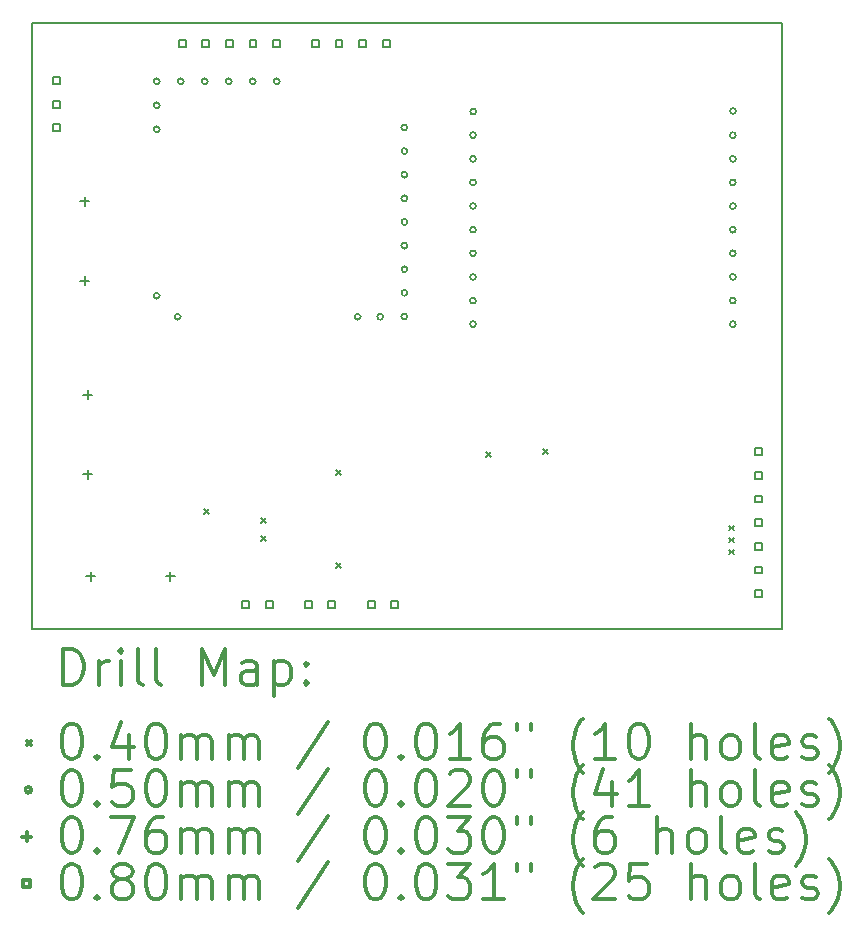
<source format=gbr>
%FSLAX45Y45*%
G04 Gerber Fmt 4.5, Leading zero omitted, Abs format (unit mm)*
G04 Created by KiCad (PCBNEW 4.0.7-e2-6376~58~ubuntu16.04.1) date Thu Jun 21 09:33:08 2018*
%MOMM*%
%LPD*%
G01*
G04 APERTURE LIST*
%ADD10C,0.127000*%
%ADD11C,0.150000*%
%ADD12C,0.200000*%
%ADD13C,0.300000*%
G04 APERTURE END LIST*
D10*
D11*
X10210800Y-7061200D02*
X10210800Y-12192000D01*
X16560800Y-7061200D02*
X10210800Y-7061200D01*
X16560800Y-12192000D02*
X16560800Y-7061200D01*
X10210800Y-12192000D02*
X16560800Y-12192000D01*
D12*
X11664000Y-11181400D02*
X11704000Y-11221400D01*
X11704000Y-11181400D02*
X11664000Y-11221400D01*
X12146600Y-11257600D02*
X12186600Y-11297600D01*
X12186600Y-11257600D02*
X12146600Y-11297600D01*
X12146600Y-11410000D02*
X12186600Y-11450000D01*
X12186600Y-11410000D02*
X12146600Y-11450000D01*
X12781600Y-10851200D02*
X12821600Y-10891200D01*
X12821600Y-10851200D02*
X12781600Y-10891200D01*
X12781600Y-11638600D02*
X12821600Y-11678600D01*
X12821600Y-11638600D02*
X12781600Y-11678600D01*
X14051600Y-10698800D02*
X14091600Y-10738800D01*
X14091600Y-10698800D02*
X14051600Y-10738800D01*
X14534200Y-10673400D02*
X14574200Y-10713400D01*
X14574200Y-10673400D02*
X14534200Y-10713400D01*
X16109000Y-11318560D02*
X16149000Y-11358560D01*
X16149000Y-11318560D02*
X16109000Y-11358560D01*
X16109000Y-11420160D02*
X16149000Y-11460160D01*
X16149000Y-11420160D02*
X16109000Y-11460160D01*
X16109000Y-11521760D02*
X16149000Y-11561760D01*
X16149000Y-11521760D02*
X16109000Y-11561760D01*
X11289900Y-7556500D02*
G75*
G03X11289900Y-7556500I-25000J0D01*
G01*
X11289900Y-7759700D02*
G75*
G03X11289900Y-7759700I-25000J0D01*
G01*
X11289900Y-7962900D02*
G75*
G03X11289900Y-7962900I-25000J0D01*
G01*
X11289900Y-9372600D02*
G75*
G03X11289900Y-9372600I-25000J0D01*
G01*
X11467700Y-9550400D02*
G75*
G03X11467700Y-9550400I-25000J0D01*
G01*
X11493100Y-7556500D02*
G75*
G03X11493100Y-7556500I-25000J0D01*
G01*
X11696300Y-7556500D02*
G75*
G03X11696300Y-7556500I-25000J0D01*
G01*
X11899500Y-7556500D02*
G75*
G03X11899500Y-7556500I-25000J0D01*
G01*
X12102700Y-7556500D02*
G75*
G03X12102700Y-7556500I-25000J0D01*
G01*
X12305900Y-7556500D02*
G75*
G03X12305900Y-7556500I-25000J0D01*
G01*
X12991700Y-9550400D02*
G75*
G03X12991700Y-9550400I-25000J0D01*
G01*
X13182200Y-9550400D02*
G75*
G03X13182200Y-9550400I-25000J0D01*
G01*
X13387000Y-7947800D02*
G75*
G03X13387000Y-7947800I-25000J0D01*
G01*
X13387000Y-8147800D02*
G75*
G03X13387000Y-8147800I-25000J0D01*
G01*
X13387000Y-8347800D02*
G75*
G03X13387000Y-8347800I-25000J0D01*
G01*
X13387000Y-8547800D02*
G75*
G03X13387000Y-8547800I-25000J0D01*
G01*
X13387000Y-8747800D02*
G75*
G03X13387000Y-8747800I-25000J0D01*
G01*
X13387000Y-8947800D02*
G75*
G03X13387000Y-8947800I-25000J0D01*
G01*
X13387000Y-9147800D02*
G75*
G03X13387000Y-9147800I-25000J0D01*
G01*
X13387000Y-9347800D02*
G75*
G03X13387000Y-9347800I-25000J0D01*
G01*
X13387000Y-9547800D02*
G75*
G03X13387000Y-9547800I-25000J0D01*
G01*
X13968000Y-8013100D02*
G75*
G03X13968000Y-8013100I-25000J0D01*
G01*
X13968000Y-8213100D02*
G75*
G03X13968000Y-8213100I-25000J0D01*
G01*
X13968000Y-8413100D02*
G75*
G03X13968000Y-8413100I-25000J0D01*
G01*
X13968000Y-8613100D02*
G75*
G03X13968000Y-8613100I-25000J0D01*
G01*
X13968000Y-8813100D02*
G75*
G03X13968000Y-8813100I-25000J0D01*
G01*
X13968000Y-9013100D02*
G75*
G03X13968000Y-9013100I-25000J0D01*
G01*
X13968000Y-9213100D02*
G75*
G03X13968000Y-9213100I-25000J0D01*
G01*
X13968000Y-9413100D02*
G75*
G03X13968000Y-9413100I-25000J0D01*
G01*
X13968000Y-9613100D02*
G75*
G03X13968000Y-9613100I-25000J0D01*
G01*
X13969600Y-7813040D02*
G75*
G03X13969600Y-7813040I-25000J0D01*
G01*
X16168000Y-8013100D02*
G75*
G03X16168000Y-8013100I-25000J0D01*
G01*
X16168000Y-8213100D02*
G75*
G03X16168000Y-8213100I-25000J0D01*
G01*
X16168000Y-8413100D02*
G75*
G03X16168000Y-8413100I-25000J0D01*
G01*
X16168000Y-8613100D02*
G75*
G03X16168000Y-8613100I-25000J0D01*
G01*
X16168000Y-8813100D02*
G75*
G03X16168000Y-8813100I-25000J0D01*
G01*
X16168000Y-9013100D02*
G75*
G03X16168000Y-9013100I-25000J0D01*
G01*
X16168000Y-9213100D02*
G75*
G03X16168000Y-9213100I-25000J0D01*
G01*
X16168000Y-9413100D02*
G75*
G03X16168000Y-9413100I-25000J0D01*
G01*
X16168000Y-9613100D02*
G75*
G03X16168000Y-9613100I-25000J0D01*
G01*
X16169240Y-7807960D02*
G75*
G03X16169240Y-7807960I-25000J0D01*
G01*
X10655300Y-8534400D02*
X10655300Y-8610600D01*
X10617200Y-8572500D02*
X10693400Y-8572500D01*
X10655300Y-9207500D02*
X10655300Y-9283700D01*
X10617200Y-9245600D02*
X10693400Y-9245600D01*
X10680700Y-10172700D02*
X10680700Y-10248900D01*
X10642600Y-10210800D02*
X10718800Y-10210800D01*
X10680700Y-10845800D02*
X10680700Y-10922000D01*
X10642600Y-10883900D02*
X10718800Y-10883900D01*
X10706100Y-11709400D02*
X10706100Y-11785600D01*
X10668000Y-11747500D02*
X10744200Y-11747500D01*
X11379200Y-11709400D02*
X11379200Y-11785600D01*
X11341100Y-11747500D02*
X11417300Y-11747500D01*
X10442285Y-7578484D02*
X10442285Y-7521915D01*
X10385716Y-7521915D01*
X10385716Y-7578484D01*
X10442285Y-7578484D01*
X10442285Y-7778484D02*
X10442285Y-7721915D01*
X10385716Y-7721915D01*
X10385716Y-7778484D01*
X10442285Y-7778484D01*
X10442285Y-7978484D02*
X10442285Y-7921915D01*
X10385716Y-7921915D01*
X10385716Y-7978484D01*
X10442285Y-7978484D01*
X11509084Y-7267284D02*
X11509084Y-7210715D01*
X11452515Y-7210715D01*
X11452515Y-7267284D01*
X11509084Y-7267284D01*
X11709084Y-7267284D02*
X11709084Y-7210715D01*
X11652515Y-7210715D01*
X11652515Y-7267284D01*
X11709084Y-7267284D01*
X11909084Y-7267284D02*
X11909084Y-7210715D01*
X11852515Y-7210715D01*
X11852515Y-7267284D01*
X11909084Y-7267284D01*
X12045684Y-12017084D02*
X12045684Y-11960515D01*
X11989115Y-11960515D01*
X11989115Y-12017084D01*
X12045684Y-12017084D01*
X12109084Y-7267284D02*
X12109084Y-7210715D01*
X12052515Y-7210715D01*
X12052515Y-7267284D01*
X12109084Y-7267284D01*
X12245684Y-12017084D02*
X12245684Y-11960515D01*
X12189115Y-11960515D01*
X12189115Y-12017084D01*
X12245684Y-12017084D01*
X12309084Y-7267284D02*
X12309084Y-7210715D01*
X12252515Y-7210715D01*
X12252515Y-7267284D01*
X12309084Y-7267284D01*
X12575884Y-12017084D02*
X12575884Y-11960515D01*
X12519315Y-11960515D01*
X12519315Y-12017084D01*
X12575884Y-12017084D01*
X12636284Y-7267284D02*
X12636284Y-7210715D01*
X12579715Y-7210715D01*
X12579715Y-7267284D01*
X12636284Y-7267284D01*
X12775884Y-12017084D02*
X12775884Y-11960515D01*
X12719315Y-11960515D01*
X12719315Y-12017084D01*
X12775884Y-12017084D01*
X12836284Y-7267284D02*
X12836284Y-7210715D01*
X12779715Y-7210715D01*
X12779715Y-7267284D01*
X12836284Y-7267284D01*
X13036284Y-7267284D02*
X13036284Y-7210715D01*
X12979715Y-7210715D01*
X12979715Y-7267284D01*
X13036284Y-7267284D01*
X13109284Y-12017084D02*
X13109284Y-11960515D01*
X13052715Y-11960515D01*
X13052715Y-12017084D01*
X13109284Y-12017084D01*
X13236284Y-7267284D02*
X13236284Y-7210715D01*
X13179715Y-7210715D01*
X13179715Y-7267284D01*
X13236284Y-7267284D01*
X13309284Y-12017084D02*
X13309284Y-11960515D01*
X13252715Y-11960515D01*
X13252715Y-12017084D01*
X13309284Y-12017084D01*
X16385884Y-10721685D02*
X16385884Y-10665116D01*
X16329315Y-10665116D01*
X16329315Y-10721685D01*
X16385884Y-10721685D01*
X16385884Y-10921685D02*
X16385884Y-10865116D01*
X16329315Y-10865116D01*
X16329315Y-10921685D01*
X16385884Y-10921685D01*
X16385884Y-11121685D02*
X16385884Y-11065116D01*
X16329315Y-11065116D01*
X16329315Y-11121685D01*
X16385884Y-11121685D01*
X16385884Y-11321684D02*
X16385884Y-11265115D01*
X16329315Y-11265115D01*
X16329315Y-11321684D01*
X16385884Y-11321684D01*
X16385884Y-11521684D02*
X16385884Y-11465115D01*
X16329315Y-11465115D01*
X16329315Y-11521684D01*
X16385884Y-11521684D01*
X16385884Y-11721684D02*
X16385884Y-11665115D01*
X16329315Y-11665115D01*
X16329315Y-11721684D01*
X16385884Y-11721684D01*
X16385884Y-11921684D02*
X16385884Y-11865115D01*
X16329315Y-11865115D01*
X16329315Y-11921684D01*
X16385884Y-11921684D01*
D13*
X10474729Y-12665214D02*
X10474729Y-12365214D01*
X10546157Y-12365214D01*
X10589014Y-12379500D01*
X10617586Y-12408071D01*
X10631871Y-12436643D01*
X10646157Y-12493786D01*
X10646157Y-12536643D01*
X10631871Y-12593786D01*
X10617586Y-12622357D01*
X10589014Y-12650929D01*
X10546157Y-12665214D01*
X10474729Y-12665214D01*
X10774729Y-12665214D02*
X10774729Y-12465214D01*
X10774729Y-12522357D02*
X10789014Y-12493786D01*
X10803300Y-12479500D01*
X10831871Y-12465214D01*
X10860443Y-12465214D01*
X10960443Y-12665214D02*
X10960443Y-12465214D01*
X10960443Y-12365214D02*
X10946157Y-12379500D01*
X10960443Y-12393786D01*
X10974729Y-12379500D01*
X10960443Y-12365214D01*
X10960443Y-12393786D01*
X11146157Y-12665214D02*
X11117586Y-12650929D01*
X11103300Y-12622357D01*
X11103300Y-12365214D01*
X11303300Y-12665214D02*
X11274728Y-12650929D01*
X11260443Y-12622357D01*
X11260443Y-12365214D01*
X11646157Y-12665214D02*
X11646157Y-12365214D01*
X11746157Y-12579500D01*
X11846157Y-12365214D01*
X11846157Y-12665214D01*
X12117586Y-12665214D02*
X12117586Y-12508071D01*
X12103300Y-12479500D01*
X12074728Y-12465214D01*
X12017586Y-12465214D01*
X11989014Y-12479500D01*
X12117586Y-12650929D02*
X12089014Y-12665214D01*
X12017586Y-12665214D01*
X11989014Y-12650929D01*
X11974728Y-12622357D01*
X11974728Y-12593786D01*
X11989014Y-12565214D01*
X12017586Y-12550929D01*
X12089014Y-12550929D01*
X12117586Y-12536643D01*
X12260443Y-12465214D02*
X12260443Y-12765214D01*
X12260443Y-12479500D02*
X12289014Y-12465214D01*
X12346157Y-12465214D01*
X12374728Y-12479500D01*
X12389014Y-12493786D01*
X12403300Y-12522357D01*
X12403300Y-12608071D01*
X12389014Y-12636643D01*
X12374728Y-12650929D01*
X12346157Y-12665214D01*
X12289014Y-12665214D01*
X12260443Y-12650929D01*
X12531871Y-12636643D02*
X12546157Y-12650929D01*
X12531871Y-12665214D01*
X12517586Y-12650929D01*
X12531871Y-12636643D01*
X12531871Y-12665214D01*
X12531871Y-12479500D02*
X12546157Y-12493786D01*
X12531871Y-12508071D01*
X12517586Y-12493786D01*
X12531871Y-12479500D01*
X12531871Y-12508071D01*
X10163300Y-13139500D02*
X10203300Y-13179500D01*
X10203300Y-13139500D02*
X10163300Y-13179500D01*
X10531871Y-12995214D02*
X10560443Y-12995214D01*
X10589014Y-13009500D01*
X10603300Y-13023786D01*
X10617586Y-13052357D01*
X10631871Y-13109500D01*
X10631871Y-13180929D01*
X10617586Y-13238071D01*
X10603300Y-13266643D01*
X10589014Y-13280929D01*
X10560443Y-13295214D01*
X10531871Y-13295214D01*
X10503300Y-13280929D01*
X10489014Y-13266643D01*
X10474729Y-13238071D01*
X10460443Y-13180929D01*
X10460443Y-13109500D01*
X10474729Y-13052357D01*
X10489014Y-13023786D01*
X10503300Y-13009500D01*
X10531871Y-12995214D01*
X10760443Y-13266643D02*
X10774729Y-13280929D01*
X10760443Y-13295214D01*
X10746157Y-13280929D01*
X10760443Y-13266643D01*
X10760443Y-13295214D01*
X11031871Y-13095214D02*
X11031871Y-13295214D01*
X10960443Y-12980929D02*
X10889014Y-13195214D01*
X11074728Y-13195214D01*
X11246157Y-12995214D02*
X11274728Y-12995214D01*
X11303300Y-13009500D01*
X11317586Y-13023786D01*
X11331871Y-13052357D01*
X11346157Y-13109500D01*
X11346157Y-13180929D01*
X11331871Y-13238071D01*
X11317586Y-13266643D01*
X11303300Y-13280929D01*
X11274728Y-13295214D01*
X11246157Y-13295214D01*
X11217586Y-13280929D01*
X11203300Y-13266643D01*
X11189014Y-13238071D01*
X11174729Y-13180929D01*
X11174729Y-13109500D01*
X11189014Y-13052357D01*
X11203300Y-13023786D01*
X11217586Y-13009500D01*
X11246157Y-12995214D01*
X11474728Y-13295214D02*
X11474728Y-13095214D01*
X11474728Y-13123786D02*
X11489014Y-13109500D01*
X11517586Y-13095214D01*
X11560443Y-13095214D01*
X11589014Y-13109500D01*
X11603300Y-13138071D01*
X11603300Y-13295214D01*
X11603300Y-13138071D02*
X11617586Y-13109500D01*
X11646157Y-13095214D01*
X11689014Y-13095214D01*
X11717586Y-13109500D01*
X11731871Y-13138071D01*
X11731871Y-13295214D01*
X11874728Y-13295214D02*
X11874728Y-13095214D01*
X11874728Y-13123786D02*
X11889014Y-13109500D01*
X11917586Y-13095214D01*
X11960443Y-13095214D01*
X11989014Y-13109500D01*
X12003300Y-13138071D01*
X12003300Y-13295214D01*
X12003300Y-13138071D02*
X12017586Y-13109500D01*
X12046157Y-13095214D01*
X12089014Y-13095214D01*
X12117586Y-13109500D01*
X12131871Y-13138071D01*
X12131871Y-13295214D01*
X12717586Y-12980929D02*
X12460443Y-13366643D01*
X13103300Y-12995214D02*
X13131871Y-12995214D01*
X13160443Y-13009500D01*
X13174728Y-13023786D01*
X13189014Y-13052357D01*
X13203300Y-13109500D01*
X13203300Y-13180929D01*
X13189014Y-13238071D01*
X13174728Y-13266643D01*
X13160443Y-13280929D01*
X13131871Y-13295214D01*
X13103300Y-13295214D01*
X13074728Y-13280929D01*
X13060443Y-13266643D01*
X13046157Y-13238071D01*
X13031871Y-13180929D01*
X13031871Y-13109500D01*
X13046157Y-13052357D01*
X13060443Y-13023786D01*
X13074728Y-13009500D01*
X13103300Y-12995214D01*
X13331871Y-13266643D02*
X13346157Y-13280929D01*
X13331871Y-13295214D01*
X13317586Y-13280929D01*
X13331871Y-13266643D01*
X13331871Y-13295214D01*
X13531871Y-12995214D02*
X13560443Y-12995214D01*
X13589014Y-13009500D01*
X13603300Y-13023786D01*
X13617585Y-13052357D01*
X13631871Y-13109500D01*
X13631871Y-13180929D01*
X13617585Y-13238071D01*
X13603300Y-13266643D01*
X13589014Y-13280929D01*
X13560443Y-13295214D01*
X13531871Y-13295214D01*
X13503300Y-13280929D01*
X13489014Y-13266643D01*
X13474728Y-13238071D01*
X13460443Y-13180929D01*
X13460443Y-13109500D01*
X13474728Y-13052357D01*
X13489014Y-13023786D01*
X13503300Y-13009500D01*
X13531871Y-12995214D01*
X13917585Y-13295214D02*
X13746157Y-13295214D01*
X13831871Y-13295214D02*
X13831871Y-12995214D01*
X13803300Y-13038071D01*
X13774728Y-13066643D01*
X13746157Y-13080929D01*
X14174728Y-12995214D02*
X14117585Y-12995214D01*
X14089014Y-13009500D01*
X14074728Y-13023786D01*
X14046157Y-13066643D01*
X14031871Y-13123786D01*
X14031871Y-13238071D01*
X14046157Y-13266643D01*
X14060443Y-13280929D01*
X14089014Y-13295214D01*
X14146157Y-13295214D01*
X14174728Y-13280929D01*
X14189014Y-13266643D01*
X14203300Y-13238071D01*
X14203300Y-13166643D01*
X14189014Y-13138071D01*
X14174728Y-13123786D01*
X14146157Y-13109500D01*
X14089014Y-13109500D01*
X14060443Y-13123786D01*
X14046157Y-13138071D01*
X14031871Y-13166643D01*
X14317586Y-12995214D02*
X14317586Y-13052357D01*
X14431871Y-12995214D02*
X14431871Y-13052357D01*
X14874728Y-13409500D02*
X14860443Y-13395214D01*
X14831871Y-13352357D01*
X14817585Y-13323786D01*
X14803300Y-13280929D01*
X14789014Y-13209500D01*
X14789014Y-13152357D01*
X14803300Y-13080929D01*
X14817585Y-13038071D01*
X14831871Y-13009500D01*
X14860443Y-12966643D01*
X14874728Y-12952357D01*
X15146157Y-13295214D02*
X14974728Y-13295214D01*
X15060443Y-13295214D02*
X15060443Y-12995214D01*
X15031871Y-13038071D01*
X15003300Y-13066643D01*
X14974728Y-13080929D01*
X15331871Y-12995214D02*
X15360443Y-12995214D01*
X15389014Y-13009500D01*
X15403300Y-13023786D01*
X15417585Y-13052357D01*
X15431871Y-13109500D01*
X15431871Y-13180929D01*
X15417585Y-13238071D01*
X15403300Y-13266643D01*
X15389014Y-13280929D01*
X15360443Y-13295214D01*
X15331871Y-13295214D01*
X15303300Y-13280929D01*
X15289014Y-13266643D01*
X15274728Y-13238071D01*
X15260443Y-13180929D01*
X15260443Y-13109500D01*
X15274728Y-13052357D01*
X15289014Y-13023786D01*
X15303300Y-13009500D01*
X15331871Y-12995214D01*
X15789014Y-13295214D02*
X15789014Y-12995214D01*
X15917585Y-13295214D02*
X15917585Y-13138071D01*
X15903300Y-13109500D01*
X15874728Y-13095214D01*
X15831871Y-13095214D01*
X15803300Y-13109500D01*
X15789014Y-13123786D01*
X16103300Y-13295214D02*
X16074728Y-13280929D01*
X16060443Y-13266643D01*
X16046157Y-13238071D01*
X16046157Y-13152357D01*
X16060443Y-13123786D01*
X16074728Y-13109500D01*
X16103300Y-13095214D01*
X16146157Y-13095214D01*
X16174728Y-13109500D01*
X16189014Y-13123786D01*
X16203300Y-13152357D01*
X16203300Y-13238071D01*
X16189014Y-13266643D01*
X16174728Y-13280929D01*
X16146157Y-13295214D01*
X16103300Y-13295214D01*
X16374728Y-13295214D02*
X16346157Y-13280929D01*
X16331871Y-13252357D01*
X16331871Y-12995214D01*
X16603300Y-13280929D02*
X16574728Y-13295214D01*
X16517586Y-13295214D01*
X16489014Y-13280929D01*
X16474728Y-13252357D01*
X16474728Y-13138071D01*
X16489014Y-13109500D01*
X16517586Y-13095214D01*
X16574728Y-13095214D01*
X16603300Y-13109500D01*
X16617586Y-13138071D01*
X16617586Y-13166643D01*
X16474728Y-13195214D01*
X16731871Y-13280929D02*
X16760443Y-13295214D01*
X16817586Y-13295214D01*
X16846157Y-13280929D01*
X16860443Y-13252357D01*
X16860443Y-13238071D01*
X16846157Y-13209500D01*
X16817586Y-13195214D01*
X16774728Y-13195214D01*
X16746157Y-13180929D01*
X16731871Y-13152357D01*
X16731871Y-13138071D01*
X16746157Y-13109500D01*
X16774728Y-13095214D01*
X16817586Y-13095214D01*
X16846157Y-13109500D01*
X16960443Y-13409500D02*
X16974729Y-13395214D01*
X17003300Y-13352357D01*
X17017586Y-13323786D01*
X17031871Y-13280929D01*
X17046157Y-13209500D01*
X17046157Y-13152357D01*
X17031871Y-13080929D01*
X17017586Y-13038071D01*
X17003300Y-13009500D01*
X16974729Y-12966643D01*
X16960443Y-12952357D01*
X10203300Y-13555500D02*
G75*
G03X10203300Y-13555500I-25000J0D01*
G01*
X10531871Y-13391214D02*
X10560443Y-13391214D01*
X10589014Y-13405500D01*
X10603300Y-13419786D01*
X10617586Y-13448357D01*
X10631871Y-13505500D01*
X10631871Y-13576929D01*
X10617586Y-13634071D01*
X10603300Y-13662643D01*
X10589014Y-13676929D01*
X10560443Y-13691214D01*
X10531871Y-13691214D01*
X10503300Y-13676929D01*
X10489014Y-13662643D01*
X10474729Y-13634071D01*
X10460443Y-13576929D01*
X10460443Y-13505500D01*
X10474729Y-13448357D01*
X10489014Y-13419786D01*
X10503300Y-13405500D01*
X10531871Y-13391214D01*
X10760443Y-13662643D02*
X10774729Y-13676929D01*
X10760443Y-13691214D01*
X10746157Y-13676929D01*
X10760443Y-13662643D01*
X10760443Y-13691214D01*
X11046157Y-13391214D02*
X10903300Y-13391214D01*
X10889014Y-13534071D01*
X10903300Y-13519786D01*
X10931871Y-13505500D01*
X11003300Y-13505500D01*
X11031871Y-13519786D01*
X11046157Y-13534071D01*
X11060443Y-13562643D01*
X11060443Y-13634071D01*
X11046157Y-13662643D01*
X11031871Y-13676929D01*
X11003300Y-13691214D01*
X10931871Y-13691214D01*
X10903300Y-13676929D01*
X10889014Y-13662643D01*
X11246157Y-13391214D02*
X11274728Y-13391214D01*
X11303300Y-13405500D01*
X11317586Y-13419786D01*
X11331871Y-13448357D01*
X11346157Y-13505500D01*
X11346157Y-13576929D01*
X11331871Y-13634071D01*
X11317586Y-13662643D01*
X11303300Y-13676929D01*
X11274728Y-13691214D01*
X11246157Y-13691214D01*
X11217586Y-13676929D01*
X11203300Y-13662643D01*
X11189014Y-13634071D01*
X11174729Y-13576929D01*
X11174729Y-13505500D01*
X11189014Y-13448357D01*
X11203300Y-13419786D01*
X11217586Y-13405500D01*
X11246157Y-13391214D01*
X11474728Y-13691214D02*
X11474728Y-13491214D01*
X11474728Y-13519786D02*
X11489014Y-13505500D01*
X11517586Y-13491214D01*
X11560443Y-13491214D01*
X11589014Y-13505500D01*
X11603300Y-13534071D01*
X11603300Y-13691214D01*
X11603300Y-13534071D02*
X11617586Y-13505500D01*
X11646157Y-13491214D01*
X11689014Y-13491214D01*
X11717586Y-13505500D01*
X11731871Y-13534071D01*
X11731871Y-13691214D01*
X11874728Y-13691214D02*
X11874728Y-13491214D01*
X11874728Y-13519786D02*
X11889014Y-13505500D01*
X11917586Y-13491214D01*
X11960443Y-13491214D01*
X11989014Y-13505500D01*
X12003300Y-13534071D01*
X12003300Y-13691214D01*
X12003300Y-13534071D02*
X12017586Y-13505500D01*
X12046157Y-13491214D01*
X12089014Y-13491214D01*
X12117586Y-13505500D01*
X12131871Y-13534071D01*
X12131871Y-13691214D01*
X12717586Y-13376929D02*
X12460443Y-13762643D01*
X13103300Y-13391214D02*
X13131871Y-13391214D01*
X13160443Y-13405500D01*
X13174728Y-13419786D01*
X13189014Y-13448357D01*
X13203300Y-13505500D01*
X13203300Y-13576929D01*
X13189014Y-13634071D01*
X13174728Y-13662643D01*
X13160443Y-13676929D01*
X13131871Y-13691214D01*
X13103300Y-13691214D01*
X13074728Y-13676929D01*
X13060443Y-13662643D01*
X13046157Y-13634071D01*
X13031871Y-13576929D01*
X13031871Y-13505500D01*
X13046157Y-13448357D01*
X13060443Y-13419786D01*
X13074728Y-13405500D01*
X13103300Y-13391214D01*
X13331871Y-13662643D02*
X13346157Y-13676929D01*
X13331871Y-13691214D01*
X13317586Y-13676929D01*
X13331871Y-13662643D01*
X13331871Y-13691214D01*
X13531871Y-13391214D02*
X13560443Y-13391214D01*
X13589014Y-13405500D01*
X13603300Y-13419786D01*
X13617585Y-13448357D01*
X13631871Y-13505500D01*
X13631871Y-13576929D01*
X13617585Y-13634071D01*
X13603300Y-13662643D01*
X13589014Y-13676929D01*
X13560443Y-13691214D01*
X13531871Y-13691214D01*
X13503300Y-13676929D01*
X13489014Y-13662643D01*
X13474728Y-13634071D01*
X13460443Y-13576929D01*
X13460443Y-13505500D01*
X13474728Y-13448357D01*
X13489014Y-13419786D01*
X13503300Y-13405500D01*
X13531871Y-13391214D01*
X13746157Y-13419786D02*
X13760443Y-13405500D01*
X13789014Y-13391214D01*
X13860443Y-13391214D01*
X13889014Y-13405500D01*
X13903300Y-13419786D01*
X13917585Y-13448357D01*
X13917585Y-13476929D01*
X13903300Y-13519786D01*
X13731871Y-13691214D01*
X13917585Y-13691214D01*
X14103300Y-13391214D02*
X14131871Y-13391214D01*
X14160443Y-13405500D01*
X14174728Y-13419786D01*
X14189014Y-13448357D01*
X14203300Y-13505500D01*
X14203300Y-13576929D01*
X14189014Y-13634071D01*
X14174728Y-13662643D01*
X14160443Y-13676929D01*
X14131871Y-13691214D01*
X14103300Y-13691214D01*
X14074728Y-13676929D01*
X14060443Y-13662643D01*
X14046157Y-13634071D01*
X14031871Y-13576929D01*
X14031871Y-13505500D01*
X14046157Y-13448357D01*
X14060443Y-13419786D01*
X14074728Y-13405500D01*
X14103300Y-13391214D01*
X14317586Y-13391214D02*
X14317586Y-13448357D01*
X14431871Y-13391214D02*
X14431871Y-13448357D01*
X14874728Y-13805500D02*
X14860443Y-13791214D01*
X14831871Y-13748357D01*
X14817585Y-13719786D01*
X14803300Y-13676929D01*
X14789014Y-13605500D01*
X14789014Y-13548357D01*
X14803300Y-13476929D01*
X14817585Y-13434071D01*
X14831871Y-13405500D01*
X14860443Y-13362643D01*
X14874728Y-13348357D01*
X15117585Y-13491214D02*
X15117585Y-13691214D01*
X15046157Y-13376929D02*
X14974728Y-13591214D01*
X15160443Y-13591214D01*
X15431871Y-13691214D02*
X15260443Y-13691214D01*
X15346157Y-13691214D02*
X15346157Y-13391214D01*
X15317585Y-13434071D01*
X15289014Y-13462643D01*
X15260443Y-13476929D01*
X15789014Y-13691214D02*
X15789014Y-13391214D01*
X15917585Y-13691214D02*
X15917585Y-13534071D01*
X15903300Y-13505500D01*
X15874728Y-13491214D01*
X15831871Y-13491214D01*
X15803300Y-13505500D01*
X15789014Y-13519786D01*
X16103300Y-13691214D02*
X16074728Y-13676929D01*
X16060443Y-13662643D01*
X16046157Y-13634071D01*
X16046157Y-13548357D01*
X16060443Y-13519786D01*
X16074728Y-13505500D01*
X16103300Y-13491214D01*
X16146157Y-13491214D01*
X16174728Y-13505500D01*
X16189014Y-13519786D01*
X16203300Y-13548357D01*
X16203300Y-13634071D01*
X16189014Y-13662643D01*
X16174728Y-13676929D01*
X16146157Y-13691214D01*
X16103300Y-13691214D01*
X16374728Y-13691214D02*
X16346157Y-13676929D01*
X16331871Y-13648357D01*
X16331871Y-13391214D01*
X16603300Y-13676929D02*
X16574728Y-13691214D01*
X16517586Y-13691214D01*
X16489014Y-13676929D01*
X16474728Y-13648357D01*
X16474728Y-13534071D01*
X16489014Y-13505500D01*
X16517586Y-13491214D01*
X16574728Y-13491214D01*
X16603300Y-13505500D01*
X16617586Y-13534071D01*
X16617586Y-13562643D01*
X16474728Y-13591214D01*
X16731871Y-13676929D02*
X16760443Y-13691214D01*
X16817586Y-13691214D01*
X16846157Y-13676929D01*
X16860443Y-13648357D01*
X16860443Y-13634071D01*
X16846157Y-13605500D01*
X16817586Y-13591214D01*
X16774728Y-13591214D01*
X16746157Y-13576929D01*
X16731871Y-13548357D01*
X16731871Y-13534071D01*
X16746157Y-13505500D01*
X16774728Y-13491214D01*
X16817586Y-13491214D01*
X16846157Y-13505500D01*
X16960443Y-13805500D02*
X16974729Y-13791214D01*
X17003300Y-13748357D01*
X17017586Y-13719786D01*
X17031871Y-13676929D01*
X17046157Y-13605500D01*
X17046157Y-13548357D01*
X17031871Y-13476929D01*
X17017586Y-13434071D01*
X17003300Y-13405500D01*
X16974729Y-13362643D01*
X16960443Y-13348357D01*
X10165200Y-13913400D02*
X10165200Y-13989600D01*
X10127100Y-13951500D02*
X10203300Y-13951500D01*
X10531871Y-13787214D02*
X10560443Y-13787214D01*
X10589014Y-13801500D01*
X10603300Y-13815786D01*
X10617586Y-13844357D01*
X10631871Y-13901500D01*
X10631871Y-13972929D01*
X10617586Y-14030071D01*
X10603300Y-14058643D01*
X10589014Y-14072929D01*
X10560443Y-14087214D01*
X10531871Y-14087214D01*
X10503300Y-14072929D01*
X10489014Y-14058643D01*
X10474729Y-14030071D01*
X10460443Y-13972929D01*
X10460443Y-13901500D01*
X10474729Y-13844357D01*
X10489014Y-13815786D01*
X10503300Y-13801500D01*
X10531871Y-13787214D01*
X10760443Y-14058643D02*
X10774729Y-14072929D01*
X10760443Y-14087214D01*
X10746157Y-14072929D01*
X10760443Y-14058643D01*
X10760443Y-14087214D01*
X10874728Y-13787214D02*
X11074728Y-13787214D01*
X10946157Y-14087214D01*
X11317586Y-13787214D02*
X11260443Y-13787214D01*
X11231871Y-13801500D01*
X11217586Y-13815786D01*
X11189014Y-13858643D01*
X11174729Y-13915786D01*
X11174729Y-14030071D01*
X11189014Y-14058643D01*
X11203300Y-14072929D01*
X11231871Y-14087214D01*
X11289014Y-14087214D01*
X11317586Y-14072929D01*
X11331871Y-14058643D01*
X11346157Y-14030071D01*
X11346157Y-13958643D01*
X11331871Y-13930071D01*
X11317586Y-13915786D01*
X11289014Y-13901500D01*
X11231871Y-13901500D01*
X11203300Y-13915786D01*
X11189014Y-13930071D01*
X11174729Y-13958643D01*
X11474728Y-14087214D02*
X11474728Y-13887214D01*
X11474728Y-13915786D02*
X11489014Y-13901500D01*
X11517586Y-13887214D01*
X11560443Y-13887214D01*
X11589014Y-13901500D01*
X11603300Y-13930071D01*
X11603300Y-14087214D01*
X11603300Y-13930071D02*
X11617586Y-13901500D01*
X11646157Y-13887214D01*
X11689014Y-13887214D01*
X11717586Y-13901500D01*
X11731871Y-13930071D01*
X11731871Y-14087214D01*
X11874728Y-14087214D02*
X11874728Y-13887214D01*
X11874728Y-13915786D02*
X11889014Y-13901500D01*
X11917586Y-13887214D01*
X11960443Y-13887214D01*
X11989014Y-13901500D01*
X12003300Y-13930071D01*
X12003300Y-14087214D01*
X12003300Y-13930071D02*
X12017586Y-13901500D01*
X12046157Y-13887214D01*
X12089014Y-13887214D01*
X12117586Y-13901500D01*
X12131871Y-13930071D01*
X12131871Y-14087214D01*
X12717586Y-13772929D02*
X12460443Y-14158643D01*
X13103300Y-13787214D02*
X13131871Y-13787214D01*
X13160443Y-13801500D01*
X13174728Y-13815786D01*
X13189014Y-13844357D01*
X13203300Y-13901500D01*
X13203300Y-13972929D01*
X13189014Y-14030071D01*
X13174728Y-14058643D01*
X13160443Y-14072929D01*
X13131871Y-14087214D01*
X13103300Y-14087214D01*
X13074728Y-14072929D01*
X13060443Y-14058643D01*
X13046157Y-14030071D01*
X13031871Y-13972929D01*
X13031871Y-13901500D01*
X13046157Y-13844357D01*
X13060443Y-13815786D01*
X13074728Y-13801500D01*
X13103300Y-13787214D01*
X13331871Y-14058643D02*
X13346157Y-14072929D01*
X13331871Y-14087214D01*
X13317586Y-14072929D01*
X13331871Y-14058643D01*
X13331871Y-14087214D01*
X13531871Y-13787214D02*
X13560443Y-13787214D01*
X13589014Y-13801500D01*
X13603300Y-13815786D01*
X13617585Y-13844357D01*
X13631871Y-13901500D01*
X13631871Y-13972929D01*
X13617585Y-14030071D01*
X13603300Y-14058643D01*
X13589014Y-14072929D01*
X13560443Y-14087214D01*
X13531871Y-14087214D01*
X13503300Y-14072929D01*
X13489014Y-14058643D01*
X13474728Y-14030071D01*
X13460443Y-13972929D01*
X13460443Y-13901500D01*
X13474728Y-13844357D01*
X13489014Y-13815786D01*
X13503300Y-13801500D01*
X13531871Y-13787214D01*
X13731871Y-13787214D02*
X13917585Y-13787214D01*
X13817585Y-13901500D01*
X13860443Y-13901500D01*
X13889014Y-13915786D01*
X13903300Y-13930071D01*
X13917585Y-13958643D01*
X13917585Y-14030071D01*
X13903300Y-14058643D01*
X13889014Y-14072929D01*
X13860443Y-14087214D01*
X13774728Y-14087214D01*
X13746157Y-14072929D01*
X13731871Y-14058643D01*
X14103300Y-13787214D02*
X14131871Y-13787214D01*
X14160443Y-13801500D01*
X14174728Y-13815786D01*
X14189014Y-13844357D01*
X14203300Y-13901500D01*
X14203300Y-13972929D01*
X14189014Y-14030071D01*
X14174728Y-14058643D01*
X14160443Y-14072929D01*
X14131871Y-14087214D01*
X14103300Y-14087214D01*
X14074728Y-14072929D01*
X14060443Y-14058643D01*
X14046157Y-14030071D01*
X14031871Y-13972929D01*
X14031871Y-13901500D01*
X14046157Y-13844357D01*
X14060443Y-13815786D01*
X14074728Y-13801500D01*
X14103300Y-13787214D01*
X14317586Y-13787214D02*
X14317586Y-13844357D01*
X14431871Y-13787214D02*
X14431871Y-13844357D01*
X14874728Y-14201500D02*
X14860443Y-14187214D01*
X14831871Y-14144357D01*
X14817585Y-14115786D01*
X14803300Y-14072929D01*
X14789014Y-14001500D01*
X14789014Y-13944357D01*
X14803300Y-13872929D01*
X14817585Y-13830071D01*
X14831871Y-13801500D01*
X14860443Y-13758643D01*
X14874728Y-13744357D01*
X15117585Y-13787214D02*
X15060443Y-13787214D01*
X15031871Y-13801500D01*
X15017585Y-13815786D01*
X14989014Y-13858643D01*
X14974728Y-13915786D01*
X14974728Y-14030071D01*
X14989014Y-14058643D01*
X15003300Y-14072929D01*
X15031871Y-14087214D01*
X15089014Y-14087214D01*
X15117585Y-14072929D01*
X15131871Y-14058643D01*
X15146157Y-14030071D01*
X15146157Y-13958643D01*
X15131871Y-13930071D01*
X15117585Y-13915786D01*
X15089014Y-13901500D01*
X15031871Y-13901500D01*
X15003300Y-13915786D01*
X14989014Y-13930071D01*
X14974728Y-13958643D01*
X15503300Y-14087214D02*
X15503300Y-13787214D01*
X15631871Y-14087214D02*
X15631871Y-13930071D01*
X15617585Y-13901500D01*
X15589014Y-13887214D01*
X15546157Y-13887214D01*
X15517585Y-13901500D01*
X15503300Y-13915786D01*
X15817585Y-14087214D02*
X15789014Y-14072929D01*
X15774728Y-14058643D01*
X15760443Y-14030071D01*
X15760443Y-13944357D01*
X15774728Y-13915786D01*
X15789014Y-13901500D01*
X15817585Y-13887214D01*
X15860443Y-13887214D01*
X15889014Y-13901500D01*
X15903300Y-13915786D01*
X15917585Y-13944357D01*
X15917585Y-14030071D01*
X15903300Y-14058643D01*
X15889014Y-14072929D01*
X15860443Y-14087214D01*
X15817585Y-14087214D01*
X16089014Y-14087214D02*
X16060443Y-14072929D01*
X16046157Y-14044357D01*
X16046157Y-13787214D01*
X16317586Y-14072929D02*
X16289014Y-14087214D01*
X16231871Y-14087214D01*
X16203300Y-14072929D01*
X16189014Y-14044357D01*
X16189014Y-13930071D01*
X16203300Y-13901500D01*
X16231871Y-13887214D01*
X16289014Y-13887214D01*
X16317586Y-13901500D01*
X16331871Y-13930071D01*
X16331871Y-13958643D01*
X16189014Y-13987214D01*
X16446157Y-14072929D02*
X16474728Y-14087214D01*
X16531871Y-14087214D01*
X16560443Y-14072929D01*
X16574728Y-14044357D01*
X16574728Y-14030071D01*
X16560443Y-14001500D01*
X16531871Y-13987214D01*
X16489014Y-13987214D01*
X16460443Y-13972929D01*
X16446157Y-13944357D01*
X16446157Y-13930071D01*
X16460443Y-13901500D01*
X16489014Y-13887214D01*
X16531871Y-13887214D01*
X16560443Y-13901500D01*
X16674728Y-14201500D02*
X16689014Y-14187214D01*
X16717586Y-14144357D01*
X16731871Y-14115786D01*
X16746157Y-14072929D01*
X16760443Y-14001500D01*
X16760443Y-13944357D01*
X16746157Y-13872929D01*
X16731871Y-13830071D01*
X16717586Y-13801500D01*
X16689014Y-13758643D01*
X16674728Y-13744357D01*
X10191584Y-14375785D02*
X10191584Y-14319216D01*
X10135015Y-14319216D01*
X10135015Y-14375785D01*
X10191584Y-14375785D01*
X10531871Y-14183214D02*
X10560443Y-14183214D01*
X10589014Y-14197500D01*
X10603300Y-14211786D01*
X10617586Y-14240357D01*
X10631871Y-14297500D01*
X10631871Y-14368929D01*
X10617586Y-14426071D01*
X10603300Y-14454643D01*
X10589014Y-14468929D01*
X10560443Y-14483214D01*
X10531871Y-14483214D01*
X10503300Y-14468929D01*
X10489014Y-14454643D01*
X10474729Y-14426071D01*
X10460443Y-14368929D01*
X10460443Y-14297500D01*
X10474729Y-14240357D01*
X10489014Y-14211786D01*
X10503300Y-14197500D01*
X10531871Y-14183214D01*
X10760443Y-14454643D02*
X10774729Y-14468929D01*
X10760443Y-14483214D01*
X10746157Y-14468929D01*
X10760443Y-14454643D01*
X10760443Y-14483214D01*
X10946157Y-14311786D02*
X10917586Y-14297500D01*
X10903300Y-14283214D01*
X10889014Y-14254643D01*
X10889014Y-14240357D01*
X10903300Y-14211786D01*
X10917586Y-14197500D01*
X10946157Y-14183214D01*
X11003300Y-14183214D01*
X11031871Y-14197500D01*
X11046157Y-14211786D01*
X11060443Y-14240357D01*
X11060443Y-14254643D01*
X11046157Y-14283214D01*
X11031871Y-14297500D01*
X11003300Y-14311786D01*
X10946157Y-14311786D01*
X10917586Y-14326071D01*
X10903300Y-14340357D01*
X10889014Y-14368929D01*
X10889014Y-14426071D01*
X10903300Y-14454643D01*
X10917586Y-14468929D01*
X10946157Y-14483214D01*
X11003300Y-14483214D01*
X11031871Y-14468929D01*
X11046157Y-14454643D01*
X11060443Y-14426071D01*
X11060443Y-14368929D01*
X11046157Y-14340357D01*
X11031871Y-14326071D01*
X11003300Y-14311786D01*
X11246157Y-14183214D02*
X11274728Y-14183214D01*
X11303300Y-14197500D01*
X11317586Y-14211786D01*
X11331871Y-14240357D01*
X11346157Y-14297500D01*
X11346157Y-14368929D01*
X11331871Y-14426071D01*
X11317586Y-14454643D01*
X11303300Y-14468929D01*
X11274728Y-14483214D01*
X11246157Y-14483214D01*
X11217586Y-14468929D01*
X11203300Y-14454643D01*
X11189014Y-14426071D01*
X11174729Y-14368929D01*
X11174729Y-14297500D01*
X11189014Y-14240357D01*
X11203300Y-14211786D01*
X11217586Y-14197500D01*
X11246157Y-14183214D01*
X11474728Y-14483214D02*
X11474728Y-14283214D01*
X11474728Y-14311786D02*
X11489014Y-14297500D01*
X11517586Y-14283214D01*
X11560443Y-14283214D01*
X11589014Y-14297500D01*
X11603300Y-14326071D01*
X11603300Y-14483214D01*
X11603300Y-14326071D02*
X11617586Y-14297500D01*
X11646157Y-14283214D01*
X11689014Y-14283214D01*
X11717586Y-14297500D01*
X11731871Y-14326071D01*
X11731871Y-14483214D01*
X11874728Y-14483214D02*
X11874728Y-14283214D01*
X11874728Y-14311786D02*
X11889014Y-14297500D01*
X11917586Y-14283214D01*
X11960443Y-14283214D01*
X11989014Y-14297500D01*
X12003300Y-14326071D01*
X12003300Y-14483214D01*
X12003300Y-14326071D02*
X12017586Y-14297500D01*
X12046157Y-14283214D01*
X12089014Y-14283214D01*
X12117586Y-14297500D01*
X12131871Y-14326071D01*
X12131871Y-14483214D01*
X12717586Y-14168929D02*
X12460443Y-14554643D01*
X13103300Y-14183214D02*
X13131871Y-14183214D01*
X13160443Y-14197500D01*
X13174728Y-14211786D01*
X13189014Y-14240357D01*
X13203300Y-14297500D01*
X13203300Y-14368929D01*
X13189014Y-14426071D01*
X13174728Y-14454643D01*
X13160443Y-14468929D01*
X13131871Y-14483214D01*
X13103300Y-14483214D01*
X13074728Y-14468929D01*
X13060443Y-14454643D01*
X13046157Y-14426071D01*
X13031871Y-14368929D01*
X13031871Y-14297500D01*
X13046157Y-14240357D01*
X13060443Y-14211786D01*
X13074728Y-14197500D01*
X13103300Y-14183214D01*
X13331871Y-14454643D02*
X13346157Y-14468929D01*
X13331871Y-14483214D01*
X13317586Y-14468929D01*
X13331871Y-14454643D01*
X13331871Y-14483214D01*
X13531871Y-14183214D02*
X13560443Y-14183214D01*
X13589014Y-14197500D01*
X13603300Y-14211786D01*
X13617585Y-14240357D01*
X13631871Y-14297500D01*
X13631871Y-14368929D01*
X13617585Y-14426071D01*
X13603300Y-14454643D01*
X13589014Y-14468929D01*
X13560443Y-14483214D01*
X13531871Y-14483214D01*
X13503300Y-14468929D01*
X13489014Y-14454643D01*
X13474728Y-14426071D01*
X13460443Y-14368929D01*
X13460443Y-14297500D01*
X13474728Y-14240357D01*
X13489014Y-14211786D01*
X13503300Y-14197500D01*
X13531871Y-14183214D01*
X13731871Y-14183214D02*
X13917585Y-14183214D01*
X13817585Y-14297500D01*
X13860443Y-14297500D01*
X13889014Y-14311786D01*
X13903300Y-14326071D01*
X13917585Y-14354643D01*
X13917585Y-14426071D01*
X13903300Y-14454643D01*
X13889014Y-14468929D01*
X13860443Y-14483214D01*
X13774728Y-14483214D01*
X13746157Y-14468929D01*
X13731871Y-14454643D01*
X14203300Y-14483214D02*
X14031871Y-14483214D01*
X14117585Y-14483214D02*
X14117585Y-14183214D01*
X14089014Y-14226071D01*
X14060443Y-14254643D01*
X14031871Y-14268929D01*
X14317586Y-14183214D02*
X14317586Y-14240357D01*
X14431871Y-14183214D02*
X14431871Y-14240357D01*
X14874728Y-14597500D02*
X14860443Y-14583214D01*
X14831871Y-14540357D01*
X14817585Y-14511786D01*
X14803300Y-14468929D01*
X14789014Y-14397500D01*
X14789014Y-14340357D01*
X14803300Y-14268929D01*
X14817585Y-14226071D01*
X14831871Y-14197500D01*
X14860443Y-14154643D01*
X14874728Y-14140357D01*
X14974728Y-14211786D02*
X14989014Y-14197500D01*
X15017585Y-14183214D01*
X15089014Y-14183214D01*
X15117585Y-14197500D01*
X15131871Y-14211786D01*
X15146157Y-14240357D01*
X15146157Y-14268929D01*
X15131871Y-14311786D01*
X14960443Y-14483214D01*
X15146157Y-14483214D01*
X15417585Y-14183214D02*
X15274728Y-14183214D01*
X15260443Y-14326071D01*
X15274728Y-14311786D01*
X15303300Y-14297500D01*
X15374728Y-14297500D01*
X15403300Y-14311786D01*
X15417585Y-14326071D01*
X15431871Y-14354643D01*
X15431871Y-14426071D01*
X15417585Y-14454643D01*
X15403300Y-14468929D01*
X15374728Y-14483214D01*
X15303300Y-14483214D01*
X15274728Y-14468929D01*
X15260443Y-14454643D01*
X15789014Y-14483214D02*
X15789014Y-14183214D01*
X15917585Y-14483214D02*
X15917585Y-14326071D01*
X15903300Y-14297500D01*
X15874728Y-14283214D01*
X15831871Y-14283214D01*
X15803300Y-14297500D01*
X15789014Y-14311786D01*
X16103300Y-14483214D02*
X16074728Y-14468929D01*
X16060443Y-14454643D01*
X16046157Y-14426071D01*
X16046157Y-14340357D01*
X16060443Y-14311786D01*
X16074728Y-14297500D01*
X16103300Y-14283214D01*
X16146157Y-14283214D01*
X16174728Y-14297500D01*
X16189014Y-14311786D01*
X16203300Y-14340357D01*
X16203300Y-14426071D01*
X16189014Y-14454643D01*
X16174728Y-14468929D01*
X16146157Y-14483214D01*
X16103300Y-14483214D01*
X16374728Y-14483214D02*
X16346157Y-14468929D01*
X16331871Y-14440357D01*
X16331871Y-14183214D01*
X16603300Y-14468929D02*
X16574728Y-14483214D01*
X16517586Y-14483214D01*
X16489014Y-14468929D01*
X16474728Y-14440357D01*
X16474728Y-14326071D01*
X16489014Y-14297500D01*
X16517586Y-14283214D01*
X16574728Y-14283214D01*
X16603300Y-14297500D01*
X16617586Y-14326071D01*
X16617586Y-14354643D01*
X16474728Y-14383214D01*
X16731871Y-14468929D02*
X16760443Y-14483214D01*
X16817586Y-14483214D01*
X16846157Y-14468929D01*
X16860443Y-14440357D01*
X16860443Y-14426071D01*
X16846157Y-14397500D01*
X16817586Y-14383214D01*
X16774728Y-14383214D01*
X16746157Y-14368929D01*
X16731871Y-14340357D01*
X16731871Y-14326071D01*
X16746157Y-14297500D01*
X16774728Y-14283214D01*
X16817586Y-14283214D01*
X16846157Y-14297500D01*
X16960443Y-14597500D02*
X16974729Y-14583214D01*
X17003300Y-14540357D01*
X17017586Y-14511786D01*
X17031871Y-14468929D01*
X17046157Y-14397500D01*
X17046157Y-14340357D01*
X17031871Y-14268929D01*
X17017586Y-14226071D01*
X17003300Y-14197500D01*
X16974729Y-14154643D01*
X16960443Y-14140357D01*
M02*

</source>
